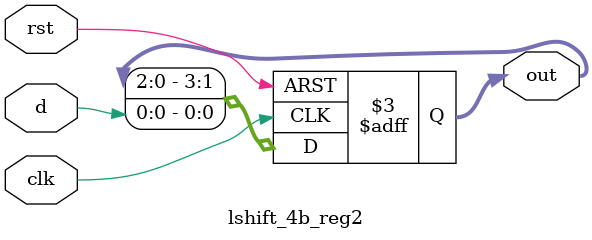
<source format=v>
module lshift_4b_reg1 ( 	input d, clk, rst,
                            output reg [3:0] out
);
	always @ (posedge clk) begin
		if (!rst) begin
			out <= 0;
		end else begin
			out <= {out[2:0], d};
		end
	end
endmodule
// this makes unnecessary MUXes for syncronize each rst signals.

module lshift_4b_reg2 ( 	input d, clk, rst,
                            output reg [3:0] out
);
	always @ (posedge clk or negedge rst) begin
		if (!rst) begin
			out <= 0;
		end else begin
			out <= {out[2:0], d};
		end
	end
endmodule
</source>
